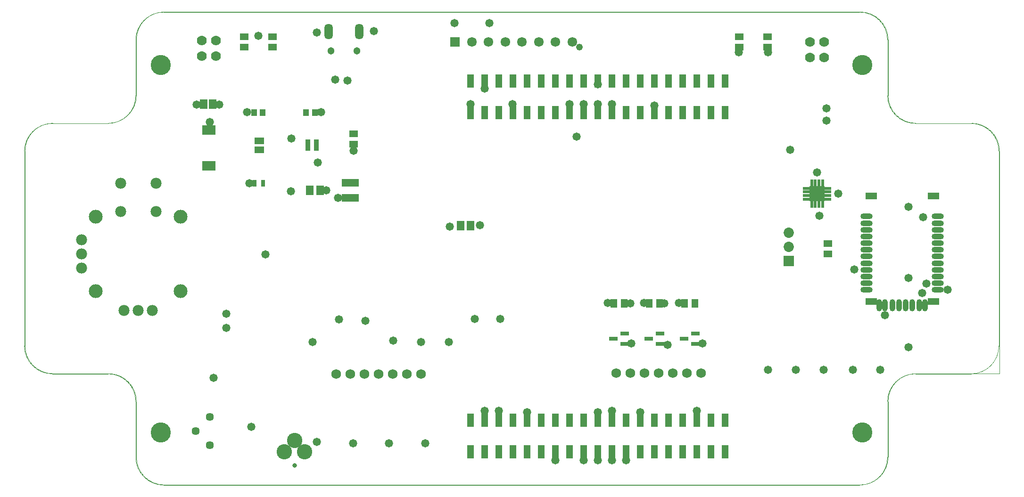
<source format=gbs>
G04*
G04 #@! TF.GenerationSoftware,Altium Limited,Altium Designer,22.7.1 (60)*
G04*
G04 Layer_Color=16711935*
%FSLAX44Y44*%
%MOMM*%
G71*
G04*
G04 #@! TF.SameCoordinates,7684CF66-3EF2-496F-B3A4-9C416311D090*
G04*
G04*
G04 #@! TF.FilePolarity,Negative*
G04*
G01*
G75*
%ADD17C,0.0127*%
%ADD18C,0.0064*%
%ADD30R,1.2032X1.6032*%
%ADD32R,1.6032X1.2032*%
%ADD41R,1.7232X1.7232*%
%ADD42C,1.7232*%
%ADD43C,1.2232*%
%ADD44C,1.7782*%
%ADD45C,1.8532*%
%ADD46C,1.7272*%
%ADD47O,1.5112X2.8192*%
%ADD48C,2.4892*%
%ADD49C,1.9812*%
%ADD50C,2.7532*%
%ADD51C,1.4532*%
%ADD52C,3.6032*%
%ADD53C,1.3032*%
%ADD54R,1.8532X1.8532*%
%ADD55C,0.8032*%
%ADD56C,1.4732*%
%ADD103R,1.1222X2.3221*%
%ADD104R,1.3532X1.6532*%
%ADD105R,1.1532X0.5532*%
%ADD106R,0.5532X1.1532*%
%ADD107R,2.7532X2.7532*%
%ADD108R,0.7432X1.1432*%
%ADD109R,1.0532X1.2032*%
%ADD110R,1.3432X1.7732*%
%ADD111R,1.6732X1.2232*%
%ADD112O,2.2032X1.0032*%
%ADD113R,1.2233X2.4232*%
%ADD114O,1.0032X2.2032*%
%ADD115R,1.5032X0.8032*%
%ADD116R,1.1032X1.1532*%
%ADD117R,3.0232X1.4232*%
%ADD118R,0.8732X0.5032*%
%ADD119R,2.0032X1.2032*%
%ADD120R,2.4032X1.8032*%
D17*
X2612500Y1340000D02*
G03*
X2562500Y1390000I-50000J0D01*
G01*
X2462500Y940000D02*
G03*
X2412500Y890000I0J-50000D01*
G01*
X2562500Y940000D02*
G03*
X2612500Y990000I0J50000D01*
G01*
X1062500Y790000D02*
G03*
X1112500Y740000I50000J0D01*
G01*
X862500Y990000D02*
G03*
X912500Y940000I50000J0D01*
G01*
X2362500Y740000D02*
G03*
X2412500Y790000I0J50000D01*
G01*
Y1440000D02*
G03*
X2462500Y1390000I50000J0D01*
G01*
X2412500Y1540000D02*
G03*
X2362500Y1590000I-50000J0D01*
G01*
X1012500Y1390000D02*
G03*
X1062500Y1440000I0J50000D01*
G01*
X912500Y1390000D02*
G03*
X862500Y1340000I0J-50000D01*
G01*
X1062500Y890000D02*
G03*
X1012500Y940000I-50000J0D01*
G01*
X1112500Y1590000D02*
G03*
X1062500Y1540000I0J-50000D01*
G01*
X1063600Y790410D02*
G03*
X1113600Y740410I50000J0D01*
G01*
X863600Y990410D02*
G03*
X913600Y940410I50000J0D01*
G01*
X2613600Y1340410D02*
G03*
X2563600Y1390410I-50000J0D01*
G01*
X2413600Y1440410D02*
G03*
X2463600Y1390410I50000J0D01*
G01*
Y940410D02*
G03*
X2413600Y890410I0J-50000D01*
G01*
X2363600Y740410D02*
G03*
X2413600Y790410I0J50000D01*
G01*
Y1540410D02*
G03*
X2363600Y1590410I-50000J0D01*
G01*
X1113600D02*
G03*
X1063600Y1540410I0J-50000D01*
G01*
X1013600Y1390410D02*
G03*
X1063600Y1440410I0J50000D01*
G01*
X913600Y1390410D02*
G03*
X863600Y1340410I0J-50000D01*
G01*
X1063600Y890410D02*
G03*
X1013600Y940410I-50000J0D01*
G01*
X2612500Y990000D02*
Y1340000D01*
X912500Y940000D02*
X1012500D01*
X1112500Y740000D02*
X2362500D01*
X862500Y990000D02*
Y1340000D01*
X1062500Y790000D02*
Y890000D01*
Y1440000D02*
Y1540000D01*
X1112500Y1590000D02*
X2362500D01*
X2462500Y1390000D02*
X2562500D01*
X2462500Y940000D02*
X2562500D01*
X2412500Y1440000D02*
Y1540000D01*
Y790000D02*
Y890000D01*
X912500Y1390000D02*
X1012500D01*
X1063600Y1440410D02*
Y1540410D01*
X1113600Y1590410D02*
X2363600D01*
X863600Y990410D02*
Y1340410D01*
X913600Y1390410D02*
X1013600D01*
X2463600Y940410D02*
X2613600D01*
X1113600Y740410D02*
X2363600D01*
X2613600Y940410D02*
Y1340410D01*
X913600Y940410D02*
X1013600D01*
X2413600Y790410D02*
Y890410D01*
X2463600Y1390410D02*
X2563600D01*
X2413600Y1440410D02*
Y1540410D01*
X1063600Y790410D02*
Y890410D01*
D18*
X862532Y740000D02*
G03*
X862532Y740000I-32J0D01*
G01*
D02*
G03*
X862532Y740000I-32J0D01*
G01*
D30*
X1984400Y1066800D02*
D03*
X1920900D02*
D03*
X2047900D02*
D03*
X2066900D02*
D03*
X2003400D02*
D03*
X1939900D02*
D03*
D32*
X1454000Y1371750D02*
D03*
Y1352750D02*
D03*
X2305000Y1155500D02*
D03*
Y1174500D02*
D03*
X2197100Y1546200D02*
D03*
Y1527200D02*
D03*
X2146300Y1546200D02*
D03*
Y1527200D02*
D03*
X1257300D02*
D03*
Y1546200D02*
D03*
X1308100Y1527200D02*
D03*
Y1546200D02*
D03*
D41*
X1636100Y1536700D02*
D03*
D42*
X1666100D02*
D03*
X1696100D02*
D03*
X1726100D02*
D03*
X1756100D02*
D03*
X1786100D02*
D03*
X1816100D02*
D03*
X1846100D02*
D03*
D43*
X1858900Y1526900D02*
D03*
D44*
X2273300Y1508700D02*
D03*
Y1536700D02*
D03*
X1181100Y1511300D02*
D03*
Y1539300D02*
D03*
X2298700Y1508700D02*
D03*
Y1536700D02*
D03*
X1206500Y1511300D02*
D03*
Y1539300D02*
D03*
D45*
X2235200Y1193800D02*
D03*
Y1168400D02*
D03*
D46*
X2077720Y941070D02*
D03*
X1925320D02*
D03*
X1422400Y939800D02*
D03*
X1447800D02*
D03*
X1473200D02*
D03*
X1498600D02*
D03*
X1524000D02*
D03*
X1549400D02*
D03*
X1574800D02*
D03*
X1950720Y941070D02*
D03*
X1976120D02*
D03*
X2001520D02*
D03*
X2026920D02*
D03*
X2052320D02*
D03*
D47*
X1463870Y1555320D02*
D03*
X1408870D02*
D03*
D48*
X1143000Y1222375D02*
D03*
Y1089025D02*
D03*
X990600D02*
D03*
Y1222375D02*
D03*
D49*
X965200Y1130300D02*
D03*
X1092200Y1054100D02*
D03*
X965200Y1155700D02*
D03*
Y1181100D02*
D03*
X1066800Y1054100D02*
D03*
X1041400D02*
D03*
X1098550Y1231900D02*
D03*
X1035050D02*
D03*
X1098550Y1282700D02*
D03*
X1035050D02*
D03*
D50*
X1347500Y820000D02*
D03*
X1366000Y800000D02*
D03*
X1329000D02*
D03*
D51*
X1195400Y812100D02*
D03*
Y862900D02*
D03*
X1170000Y837500D02*
D03*
D52*
X2367500Y1495000D02*
D03*
Y835000D02*
D03*
X1107500D02*
D03*
Y1495000D02*
D03*
D53*
X1412870Y1520320D02*
D03*
X1459870D02*
D03*
D54*
X2235200Y1143000D02*
D03*
D55*
X1347500Y775000D02*
D03*
D56*
X2476500Y1221740D02*
D03*
X1854200Y1366520D02*
D03*
X1680160Y1207500D02*
D03*
X1625980Y1205000D02*
D03*
X1525000Y1000000D02*
D03*
X1892300Y1460500D02*
D03*
X1689100Y873760D02*
D03*
X1714500D02*
D03*
X1917700D02*
D03*
X1765300Y871220D02*
D03*
X1816100Y785000D02*
D03*
X1866900Y784860D02*
D03*
X1892300D02*
D03*
X1917700D02*
D03*
X1943100D02*
D03*
X1892300Y871220D02*
D03*
X1968500D02*
D03*
X2070100Y873760D02*
D03*
X1739304Y1424940D02*
D03*
X1917700D02*
D03*
X1841500D02*
D03*
X1866900D02*
D03*
X1892300D02*
D03*
X1689100Y1452880D02*
D03*
X1950720Y1066800D02*
D03*
X2011680D02*
D03*
X1663700Y1424940D02*
D03*
X1993900Y1422400D02*
D03*
X1671320Y1038860D02*
D03*
X1717040D02*
D03*
X2352500Y1127500D02*
D03*
X1910000Y1067500D02*
D03*
X1404620Y1270000D02*
D03*
X2289810Y1224280D02*
D03*
X2324100Y1263650D02*
D03*
X2286000Y1301750D02*
D03*
X1475000Y1035000D02*
D03*
X1282750Y1547750D02*
D03*
X1340750Y1267750D02*
D03*
X1341750Y1363000D02*
D03*
X1453700Y1341050D02*
D03*
X1389250Y1320000D02*
D03*
X1442500Y1467500D02*
D03*
X2302500Y1395000D02*
D03*
Y1417500D02*
D03*
X2237500Y1342500D02*
D03*
X1625000Y997500D02*
D03*
X1575000D02*
D03*
X2450000Y1240000D02*
D03*
Y1112500D02*
D03*
Y987500D02*
D03*
X2408000Y1045380D02*
D03*
X2475000Y1085000D02*
D03*
X2520620Y1091000D02*
D03*
X2482500Y1102500D02*
D03*
X2197500Y947660D02*
D03*
X2399700Y947300D02*
D03*
X2350000Y947500D02*
D03*
X2297500D02*
D03*
X2247500D02*
D03*
X1452500Y815000D02*
D03*
X1582500D02*
D03*
X1517500Y815000D02*
D03*
X2037500Y1067500D02*
D03*
X1975000D02*
D03*
X1697500Y1570000D02*
D03*
X2080000Y995000D02*
D03*
X2017500Y992500D02*
D03*
X1952500Y995000D02*
D03*
X1490149Y1556341D02*
D03*
X1420370Y1468700D02*
D03*
X1387649Y1553841D02*
D03*
X1395000Y1410000D02*
D03*
X1426080Y1256500D02*
D03*
X1212050Y1423600D02*
D03*
X1266300Y1282550D02*
D03*
X1295000Y1155000D02*
D03*
X1387500Y817500D02*
D03*
X1225380Y1022350D02*
D03*
Y1047750D02*
D03*
X1270000Y845000D02*
D03*
X1202500Y932500D02*
D03*
X1427500Y1037500D02*
D03*
X1380000Y997500D02*
D03*
X1635000Y1570000D02*
D03*
X1195000Y1392500D02*
D03*
X1172050Y1423600D02*
D03*
X1262500Y1410000D02*
D03*
X2197500Y1517500D02*
D03*
X2145000D02*
D03*
D103*
X1663700Y1409700D02*
D03*
X1689100D02*
D03*
Y1466220D02*
D03*
X1714500Y1409700D02*
D03*
Y1466220D02*
D03*
X1739900Y1409700D02*
D03*
Y1466220D02*
D03*
X1765300Y1409700D02*
D03*
Y1466220D02*
D03*
X1790700Y1409700D02*
D03*
Y1466220D02*
D03*
X1816100Y1409700D02*
D03*
Y1466220D02*
D03*
X1841500Y1409700D02*
D03*
Y1466220D02*
D03*
X1866900Y1409700D02*
D03*
Y1466220D02*
D03*
X1892300Y1409700D02*
D03*
Y1466220D02*
D03*
X1917700Y1409700D02*
D03*
Y1466220D02*
D03*
X1943100Y1409700D02*
D03*
Y1466220D02*
D03*
X1968500Y1409700D02*
D03*
Y1466220D02*
D03*
X1993900Y1409700D02*
D03*
Y1466220D02*
D03*
X2019300Y1409700D02*
D03*
Y1466220D02*
D03*
X2044700Y1409700D02*
D03*
Y1466220D02*
D03*
X2070100Y1409700D02*
D03*
Y1466220D02*
D03*
X2095500Y1409700D02*
D03*
Y1466220D02*
D03*
X2120900Y1409700D02*
D03*
Y1466220D02*
D03*
Y856620D02*
D03*
Y800100D02*
D03*
X2095500Y856620D02*
D03*
Y800100D02*
D03*
X2070100Y856620D02*
D03*
Y800100D02*
D03*
X2044700Y856620D02*
D03*
Y800100D02*
D03*
X2019300Y856620D02*
D03*
Y800100D02*
D03*
X1993900Y856620D02*
D03*
Y800100D02*
D03*
X1968500Y856620D02*
D03*
Y800100D02*
D03*
X1943100Y856620D02*
D03*
Y800100D02*
D03*
X1917700Y856620D02*
D03*
Y800100D02*
D03*
X1892300Y856620D02*
D03*
Y800100D02*
D03*
X1866900Y856620D02*
D03*
Y800100D02*
D03*
X1841500Y856620D02*
D03*
Y800100D02*
D03*
X1816100Y856620D02*
D03*
Y800100D02*
D03*
X1790700Y856620D02*
D03*
Y800100D02*
D03*
X1765300Y856620D02*
D03*
Y800100D02*
D03*
X1739900Y856620D02*
D03*
Y800100D02*
D03*
X1714500Y856620D02*
D03*
Y800100D02*
D03*
X1689100Y856620D02*
D03*
Y800100D02*
D03*
X1663700Y856620D02*
D03*
Y800100D02*
D03*
D104*
Y1206500D02*
D03*
X1645700D02*
D03*
X1393300Y1270000D02*
D03*
X1375300D02*
D03*
D105*
X2305500Y1273400D02*
D03*
Y1266900D02*
D03*
Y1260400D02*
D03*
Y1253900D02*
D03*
X2266500D02*
D03*
Y1260400D02*
D03*
Y1266900D02*
D03*
Y1273400D02*
D03*
D106*
X2295750Y1244150D02*
D03*
X2289250D02*
D03*
X2282750D02*
D03*
X2276250D02*
D03*
Y1283150D02*
D03*
X2282750D02*
D03*
X2289250D02*
D03*
X2295750D02*
D03*
D107*
X2286000Y1263650D02*
D03*
D108*
X1291500Y1282750D02*
D03*
X1275500D02*
D03*
D109*
X1275200Y1409700D02*
D03*
X1290200D02*
D03*
D110*
X1200750Y1425000D02*
D03*
X1184550D02*
D03*
D111*
X1284250Y1358750D02*
D03*
Y1342750D02*
D03*
D112*
X2503000Y1223000D02*
D03*
Y1091000D02*
D03*
X2375000D02*
D03*
Y1103000D02*
D03*
Y1115000D02*
D03*
Y1127000D02*
D03*
Y1139000D02*
D03*
Y1151000D02*
D03*
Y1163000D02*
D03*
Y1175000D02*
D03*
Y1187000D02*
D03*
Y1199000D02*
D03*
Y1211000D02*
D03*
Y1223000D02*
D03*
X2503000Y1103000D02*
D03*
Y1115000D02*
D03*
Y1127000D02*
D03*
Y1139000D02*
D03*
Y1151000D02*
D03*
Y1163000D02*
D03*
Y1175000D02*
D03*
Y1187000D02*
D03*
Y1199000D02*
D03*
Y1211000D02*
D03*
D113*
X1892300Y1466220D02*
D03*
Y1409700D02*
D03*
X1917700D02*
D03*
X1739900D02*
D03*
X1892300Y800100D02*
D03*
X1765300Y856620D02*
D03*
X1663700D02*
D03*
Y1409700D02*
D03*
X1689100D02*
D03*
Y1466220D02*
D03*
X1714500Y1409700D02*
D03*
Y1466220D02*
D03*
X1739900D02*
D03*
X1765300Y1409700D02*
D03*
Y1466220D02*
D03*
X1790700Y1409700D02*
D03*
Y1466220D02*
D03*
X1816100Y1409700D02*
D03*
Y1466220D02*
D03*
X1841500Y1409700D02*
D03*
Y1466220D02*
D03*
X1866900Y1409700D02*
D03*
Y1466220D02*
D03*
X1917700D02*
D03*
X1943100Y1409700D02*
D03*
Y1466220D02*
D03*
X1968500Y1409700D02*
D03*
Y1466220D02*
D03*
X1993900Y1409700D02*
D03*
Y1466220D02*
D03*
X2019300Y1409700D02*
D03*
Y1466220D02*
D03*
X2044700Y1409700D02*
D03*
Y1466220D02*
D03*
X2070100Y1409700D02*
D03*
Y1466220D02*
D03*
X2095500Y1409700D02*
D03*
Y1466220D02*
D03*
X2120900Y1409700D02*
D03*
Y1466220D02*
D03*
Y856620D02*
D03*
Y800100D02*
D03*
X2095500Y856620D02*
D03*
Y800100D02*
D03*
X2070100Y856620D02*
D03*
Y800100D02*
D03*
X2044700Y856620D02*
D03*
Y800100D02*
D03*
X2019300Y856620D02*
D03*
Y800100D02*
D03*
X1993900Y856620D02*
D03*
Y800100D02*
D03*
X1968500Y856620D02*
D03*
Y800100D02*
D03*
X1943100Y856620D02*
D03*
Y800100D02*
D03*
X1917700Y856620D02*
D03*
Y800100D02*
D03*
X1892300Y856620D02*
D03*
X1866900D02*
D03*
Y800100D02*
D03*
X1841500Y856620D02*
D03*
Y800100D02*
D03*
X1816100Y856620D02*
D03*
Y800100D02*
D03*
X1790700Y856620D02*
D03*
Y800100D02*
D03*
X1765300D02*
D03*
X1739900Y856620D02*
D03*
Y800100D02*
D03*
X1714500Y856620D02*
D03*
Y800100D02*
D03*
X1689100Y856620D02*
D03*
Y800100D02*
D03*
X1663700Y856620D02*
D03*
Y800100D02*
D03*
Y1466220D02*
D03*
D114*
X2470000Y1063000D02*
D03*
X2408000D02*
D03*
X2480000D02*
D03*
X2398000D02*
D03*
X2421000D02*
D03*
X2433000D02*
D03*
X2445000D02*
D03*
X2457000D02*
D03*
D115*
X2067900Y993800D02*
D03*
X2004400D02*
D03*
X1940900D02*
D03*
X2046900Y1003300D02*
D03*
X2067900Y1012800D02*
D03*
X1983400Y1003300D02*
D03*
X2004400Y1012800D02*
D03*
X1919900Y1003300D02*
D03*
X1940900Y1012800D02*
D03*
D116*
X1384300Y1409700D02*
D03*
X1368300D02*
D03*
D117*
X1447800Y1256500D02*
D03*
Y1283500D02*
D03*
D118*
X1386400Y1343900D02*
D03*
Y1358900D02*
D03*
Y1353900D02*
D03*
Y1348900D02*
D03*
X1371600Y1343900D02*
D03*
Y1348900D02*
D03*
Y1353900D02*
D03*
Y1358900D02*
D03*
D119*
X2383000Y1260000D02*
D03*
X2495000D02*
D03*
X2383000Y1070000D02*
D03*
X2495000D02*
D03*
D120*
X1193800Y1314200D02*
D03*
Y1378200D02*
D03*
M02*

</source>
